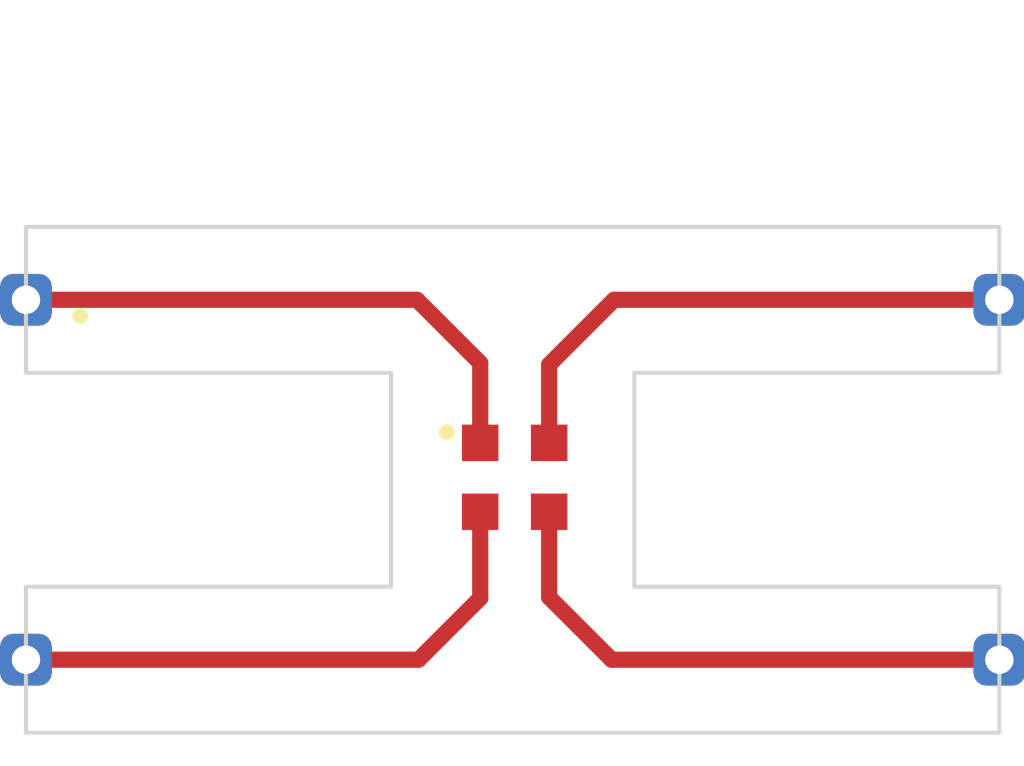
<source format=kicad_pcb>
(kicad_pcb (version 20241229) (generator "pcbnew") (generator_version "9.0")
  (layers (0 "F.Cu" signal) (2 "B.Cu" signal) (13 "F.Paste" user) (15 "B.Paste" user) (5 "F.SilkS" user "F.Silkscreen") (7 "B.SilkS" user "B.Silkscreen") (1 "F.Mask" user) (3 "B.Mask" user) (25 "Edge.Cuts" user))
  (net 0 "")
  (net 1 "Net-(J1-DI)")
  (net 2 "Net-(J1-VDD)")
  (net 3 "Net-(J1-DO)")
  (net 4 "Net-(J1-GND)")
  (footprint "custom_footprints:XL-1010RGBC-WS2812B" (layer "F.Cu") (at 75 45.025)
    (property "Reference" "LED1" (hide yes))
    (property "Value" "XL-1010RGBC")
    (fp_circle (center -0.81 -0.58) (end -0.76 -0.58) (stroke (width 0.1)) (fill no) (layer "F.SilkS"))
    (pad "1" smd rect (at -0.4 -0.45 90) (size 0.45 0.45) (layers "F.Cu" "F.Mask" "F.Paste") (net 3 "Net-(J1-DO)"))
    (pad "2" smd rect (at 0.45 -0.45 90) (size 0.45 0.45) (layers "F.Cu" "F.Mask" "F.Paste") (net 2 "Net-(J1-VDD)"))
    (pad "3" smd rect (at -0.4 0.4 90) (size 0.45 0.45) (layers "F.Cu" "F.Mask" "F.Paste") (net 4 "Net-(J1-GND)"))
    (pad "4" smd rect (at 0.45 0.4 90) (size 0.45 0.45) (layers "F.Cu" "F.Mask" "F.Paste") (net 1 "Net-(J1-DI)"))
  )
  (footprint "custom_footprints:Flex_conn" (layer "F.Cu") (at 75 45)
    (property "Reference" "J1" (hide yes))
    (property "Value" "~")
    (fp_circle (center -5.33 -1.99) (end -5.28 -1.99) (stroke (width 0.1)) (fill no) (layer "F.SilkS"))
    (fp_line (start -6 -2.19) (end -6 -3.09) (stroke (width 0.05)) (layer "Edge.Cuts"))
    (fp_line (start -6 -2.19) (end -6 -1.29) (stroke (width 0.05)) (layer "Edge.Cuts"))
    (fp_line (start -6 2.25) (end -6 1.35) (stroke (width 0.05)) (layer "Edge.Cuts"))
    (fp_line (start -6 2.25) (end -6 3.15) (stroke (width 0.05)) (layer "Edge.Cuts"))
    (fp_line (start 6 -2.19) (end 6 -3.09) (stroke (width 0.05)) (layer "Edge.Cuts"))
    (fp_line (start 6 -2.19) (end 6 -1.29) (stroke (width 0.05)) (layer "Edge.Cuts"))
    (fp_line (start 6 2.25) (end 6 1.35) (stroke (width 0.05)) (layer "Edge.Cuts"))
    (fp_line (start 6 2.25) (end 6 3.15) (stroke (width 0.05)) (layer "Edge.Cuts"))
    (pad "1" thru_hole roundrect (at -6 -2.19 180) (size 0.64 0.64) (drill 0.35) (layers "*.Cu" "*.Mask") (net 3 "Net-(J1-DO)"))
    (pad "2" thru_hole roundrect (at 6 -2.19 180) (size 0.64 0.64) (drill 0.35) (layers "*.Cu" "*.Mask") (net 2 "Net-(J1-VDD)"))
    (pad "3" thru_hole roundrect (at -6 2.25 180) (size 0.64 0.64) (drill 0.35) (layers "*.Cu" "*.Mask") (net 4 "Net-(J1-GND)"))
    (pad "4" thru_hole roundrect (at 6 2.25 180) (size 0.64 0.64) (drill 0.35) (layers "*.Cu" "*.Mask") (net 1 "Net-(J1-DI)"))
  )
  (gr_line (start 69 41.91) (end 81 41.91) (stroke (width 0.05)) (layer "Edge.Cuts"))
  (gr_line (start 76.5 46.35) (end 76.5 43.71) (stroke (width 0.05)) (layer "Edge.Cuts"))
  (gr_line (start 69 46.35) (end 73.5 46.35) (stroke (width 0.05)) (layer "Edge.Cuts"))
  (gr_line (start 73.5 43.71) (end 73.5 46.35) (stroke (width 0.05)) (layer "Edge.Cuts"))
  (gr_line (start 69 43.71) (end 73.5 43.71) (stroke (width 0.05)) (layer "Edge.Cuts"))
  (gr_line (start 81 46.35) (end 76.5 46.35) (stroke (width 0.05)) (layer "Edge.Cuts"))
  (gr_line (start 69 48.15) (end 81 48.15) (stroke (width 0.05)) (layer "Edge.Cuts"))
  (gr_line (start 81 43.71) (end 76.5 43.71) (stroke (width 0.05)) (layer "Edge.Cuts"))
  (segment (start 75.45 45.425) (end 75.45 46.48) (width 0.2) (layer "F.Cu") (net 1))
  (segment (start 75.45 46.48) (end 76.22 47.25) (width 0.2) (layer "F.Cu") (net 1))
  (segment (start 76.22 47.25) (end 80.899 47.25) (width 0.2) (layer "F.Cu") (net 1))
  (segment (start 76.25 42.81) (end 80.899 42.81) (width 0.2) (layer "F.Cu") (net 2))
  (segment (start 75.45 44.575) (end 75.45 43.61) (width 0.2) (layer "F.Cu") (net 2))
  (segment (start 75.45 43.61) (end 76.25 42.81) (width 0.2) (layer "F.Cu") (net 2))
  (segment (start 73.82 42.81) (end 69.101 42.81) (width 0.2) (layer "F.Cu") (net 3))
  (segment (start 74.6 43.59) (end 73.82 42.81) (width 0.2) (layer "F.Cu") (net 3))
  (segment (start 74.6 44.575) (end 74.6 43.59) (width 0.2) (layer "F.Cu") (net 3))
  (segment (start 73.84 47.25) (end 69.101 47.25) (width 0.2) (layer "F.Cu") (net 4))
  (segment (start 74.6 46.49) (end 73.84 47.25) (width 0.2) (layer "F.Cu") (net 4))
  (segment (start 74.6 45.425) (end 74.6 46.49) (width 0.2) (layer "F.Cu") (net 4))
)
</source>
